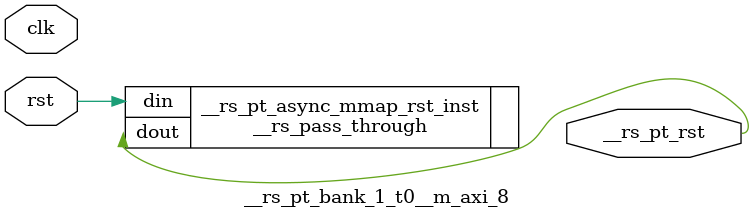
<source format=v>
`timescale 1 ns / 1 ps
/**   Generated by RapidStream   **/
module __rs_pt_bank_1_t0__m_axi_8 #(
    parameter BufferSize         = 32,
    parameter BufferSizeLog      = 5,
    parameter AddrWidth          = 64,
    parameter AxiSideAddrWidth   = 64,
    parameter DataWidth          = 512,
    parameter DataWidthBytesLog  = 6,
    parameter WaitTimeWidth      = 4,
    parameter BurstLenWidth      = 8,
    parameter EnableReadChannel  = 1,
    parameter EnableWriteChannel = 1,
    parameter MaxWaitTime        = 3,
    parameter MaxBurstLen        = 15
) (
    output wire __rs_pt_rst,
    input wire  clk,
    input wire  rst
);




__rs_pass_through #(
    .WIDTH (1)
) __rs_pt_async_mmap_rst_inst /**   Generated by RapidStream   **/ (
    .din  (rst),
    .dout (__rs_pt_rst)
);

endmodule  // __rs_pt_bank_1_t0__m_axi_8
</source>
